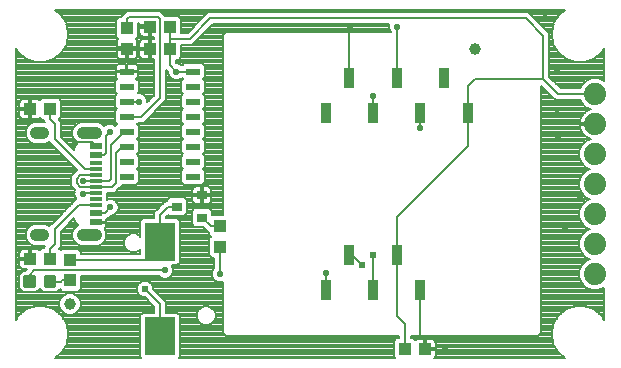
<source format=gtl>
G75*
%MOIN*%
%OFA0B0*%
%FSLAX25Y25*%
%IPPOS*%
%LPD*%
%AMOC8*
5,1,8,0,0,1.08239X$1,22.5*
%
%ADD10C,0.01181*%
%ADD11R,0.03937X0.04331*%
%ADD12R,0.03543X0.03150*%
%ADD13R,0.09843X0.12598*%
%ADD14C,0.03937*%
%ADD15R,0.04724X0.02362*%
%ADD16R,0.03937X0.01181*%
%ADD17R,0.03937X0.02362*%
%ADD18C,0.03937*%
%ADD19R,0.04331X0.03937*%
%ADD20R,0.03346X0.06693*%
%ADD21C,0.07400*%
%ADD22C,0.00800*%
%ADD23C,0.02300*%
%ADD24C,0.02378*%
D10*
X0101424Y0091122D02*
X0101424Y0093878D01*
X0104180Y0093878D01*
X0104180Y0091122D01*
X0101424Y0091122D01*
X0101424Y0092244D02*
X0104180Y0092244D01*
X0104180Y0093366D02*
X0101424Y0093366D01*
X0108330Y0093878D02*
X0108330Y0091122D01*
X0108330Y0093878D02*
X0111086Y0093878D01*
X0111086Y0091122D01*
X0108330Y0091122D01*
X0108330Y0092244D02*
X0111086Y0092244D01*
X0111086Y0093366D02*
X0108330Y0093366D01*
D11*
X0116255Y0092904D03*
X0116255Y0099596D03*
X0166255Y0104154D03*
X0166255Y0110846D03*
X0135255Y0170154D03*
X0135255Y0176846D03*
D12*
X0160192Y0121240D03*
X0151924Y0117500D03*
X0160192Y0113760D03*
D13*
X0146255Y0105748D03*
X0146255Y0074252D03*
D14*
X0116255Y0085000D03*
X0251255Y0170000D03*
D15*
X0157279Y0162500D03*
X0157279Y0157500D03*
X0157279Y0152500D03*
X0157279Y0147500D03*
X0157279Y0142500D03*
X0157279Y0137500D03*
X0157279Y0132500D03*
X0157279Y0127500D03*
X0135231Y0127500D03*
X0135231Y0132500D03*
X0135231Y0137500D03*
X0135231Y0142500D03*
X0135231Y0147500D03*
X0135231Y0152500D03*
X0135231Y0157500D03*
X0135231Y0162500D03*
D16*
X0124916Y0131890D03*
X0124916Y0129921D03*
X0124916Y0127953D03*
X0124916Y0125984D03*
X0124916Y0124016D03*
X0124916Y0122047D03*
X0124916Y0120079D03*
X0124916Y0118110D03*
D17*
X0124916Y0115354D03*
X0124916Y0112303D03*
X0124916Y0134646D03*
X0124916Y0137697D03*
D18*
X0124819Y0142008D02*
X0124819Y0142008D01*
X0120487Y0142008D01*
X0120487Y0142008D01*
X0124819Y0142008D01*
X0107377Y0142008D02*
X0107377Y0142008D01*
X0105015Y0142008D01*
X0105015Y0142008D01*
X0107377Y0142008D01*
X0107377Y0107992D02*
X0107377Y0107992D01*
X0105015Y0107992D01*
X0105015Y0107992D01*
X0107377Y0107992D01*
X0124819Y0107992D02*
X0124819Y0107992D01*
X0120487Y0107992D01*
X0120487Y0107992D01*
X0124819Y0107992D01*
D19*
X0109602Y0100000D03*
X0102909Y0100000D03*
X0102909Y0150000D03*
X0109602Y0150000D03*
X0142909Y0170000D03*
X0149602Y0170000D03*
X0149602Y0177500D03*
X0142909Y0177500D03*
X0227909Y0070000D03*
X0234602Y0070000D03*
D20*
X0233040Y0089574D03*
X0217292Y0089574D03*
X0201544Y0089574D03*
X0209418Y0101385D03*
X0225166Y0101385D03*
X0217292Y0148674D03*
X0201544Y0148674D03*
X0209418Y0160485D03*
X0225166Y0160485D03*
X0240914Y0160485D03*
X0233040Y0148674D03*
X0248788Y0148674D03*
D21*
X0291255Y0145000D03*
X0291255Y0155000D03*
X0291255Y0135000D03*
X0291255Y0125000D03*
X0291255Y0115000D03*
X0291255Y0105000D03*
X0291255Y0095000D03*
D22*
X0113489Y0068930D02*
X0111189Y0067000D01*
X0140024Y0067000D01*
X0139734Y0067290D01*
X0139734Y0081214D01*
X0140671Y0082151D01*
X0144255Y0082151D01*
X0144255Y0084172D01*
X0141216Y0087211D01*
X0140700Y0087211D01*
X0139675Y0087636D01*
X0138891Y0088420D01*
X0138466Y0089445D01*
X0138466Y0090555D01*
X0138891Y0091580D01*
X0139675Y0092364D01*
X0140700Y0092789D01*
X0141810Y0092789D01*
X0142835Y0092364D01*
X0143619Y0091580D01*
X0144044Y0090555D01*
X0144044Y0090039D01*
X0148255Y0085828D01*
X0148255Y0082151D01*
X0151839Y0082151D01*
X0152776Y0081214D01*
X0152776Y0067290D01*
X0152486Y0067000D01*
X0224512Y0067000D01*
X0224143Y0067369D01*
X0224143Y0072631D01*
X0225081Y0073568D01*
X0225909Y0073568D01*
X0225909Y0074400D01*
X0168092Y0074400D01*
X0167155Y0075337D01*
X0167155Y0092396D01*
X0166802Y0092250D01*
X0165708Y0092250D01*
X0164697Y0092669D01*
X0163924Y0093442D01*
X0163505Y0094453D01*
X0163505Y0095547D01*
X0163924Y0096558D01*
X0164255Y0096889D01*
X0164255Y0100388D01*
X0163624Y0100388D01*
X0162687Y0101325D01*
X0162687Y0106982D01*
X0163205Y0107500D01*
X0162687Y0108018D01*
X0162687Y0108846D01*
X0162277Y0108846D01*
X0161105Y0110018D01*
X0160538Y0110585D01*
X0157758Y0110585D01*
X0156820Y0111522D01*
X0156820Y0115997D01*
X0157758Y0116935D01*
X0162626Y0116935D01*
X0163564Y0115997D01*
X0163564Y0114552D01*
X0163624Y0114612D01*
X0167155Y0114612D01*
X0167155Y0174663D01*
X0168092Y0175600D01*
X0223166Y0175600D01*
X0223166Y0175700D01*
X0222924Y0175942D01*
X0222505Y0176953D01*
X0222505Y0178047D01*
X0222589Y0178250D01*
X0163833Y0178250D01*
X0158255Y0172672D01*
X0157083Y0171500D01*
X0153367Y0171500D01*
X0153367Y0167369D01*
X0152430Y0166431D01*
X0151602Y0166431D01*
X0151602Y0165482D01*
X0151833Y0165250D01*
X0152302Y0165250D01*
X0153313Y0164831D01*
X0153558Y0164586D01*
X0154254Y0165281D01*
X0160304Y0165281D01*
X0161241Y0164344D01*
X0161241Y0160656D01*
X0160585Y0160000D01*
X0161241Y0159344D01*
X0161241Y0155656D01*
X0160585Y0155000D01*
X0161241Y0154344D01*
X0161241Y0150656D01*
X0160585Y0150000D01*
X0161241Y0149344D01*
X0161241Y0145656D01*
X0160585Y0145000D01*
X0161241Y0144344D01*
X0161241Y0140656D01*
X0160585Y0140000D01*
X0161241Y0139344D01*
X0161241Y0135656D01*
X0160585Y0135000D01*
X0161241Y0134344D01*
X0161241Y0130656D01*
X0160585Y0130000D01*
X0161241Y0129344D01*
X0161241Y0125656D01*
X0160304Y0124719D01*
X0154254Y0124719D01*
X0153316Y0125656D01*
X0153316Y0129344D01*
X0153973Y0130000D01*
X0153316Y0130656D01*
X0153316Y0134344D01*
X0153973Y0135000D01*
X0153316Y0135656D01*
X0153316Y0139344D01*
X0153973Y0140000D01*
X0153316Y0140656D01*
X0153316Y0144344D01*
X0153973Y0145000D01*
X0153316Y0145656D01*
X0153316Y0149344D01*
X0153973Y0150000D01*
X0153316Y0150656D01*
X0153316Y0154344D01*
X0153973Y0155000D01*
X0153316Y0155656D01*
X0153316Y0159344D01*
X0153973Y0160000D01*
X0153558Y0160414D01*
X0153313Y0160169D01*
X0152302Y0159750D01*
X0151208Y0159750D01*
X0150197Y0160169D01*
X0149424Y0160942D01*
X0149005Y0161953D01*
X0149005Y0162422D01*
X0148255Y0163172D01*
X0148255Y0152922D01*
X0147083Y0151750D01*
X0140833Y0145500D01*
X0139037Y0145500D01*
X0138537Y0145000D01*
X0139194Y0144344D01*
X0139194Y0140656D01*
X0138537Y0140000D01*
X0139194Y0139344D01*
X0139194Y0135656D01*
X0138537Y0135000D01*
X0139194Y0134344D01*
X0139194Y0130656D01*
X0138537Y0130000D01*
X0139194Y0129344D01*
X0139194Y0125656D01*
X0138256Y0124719D01*
X0133505Y0124719D01*
X0133505Y0124422D01*
X0132333Y0123250D01*
X0132271Y0123187D01*
X0131099Y0122016D01*
X0128485Y0122016D01*
X0128485Y0119700D01*
X0129208Y0120000D01*
X0130302Y0120000D01*
X0131313Y0119581D01*
X0132086Y0118808D01*
X0132505Y0117797D01*
X0132505Y0116703D01*
X0132086Y0115692D01*
X0131313Y0114919D01*
X0130302Y0114500D01*
X0129833Y0114500D01*
X0128688Y0113354D01*
X0128329Y0113354D01*
X0128285Y0113310D01*
X0128285Y0112494D01*
X0125107Y0112494D01*
X0125107Y0112113D01*
X0128285Y0112113D01*
X0128285Y0110938D01*
X0128190Y0110582D01*
X0128005Y0110262D01*
X0127800Y0110057D01*
X0127843Y0110014D01*
X0128387Y0108702D01*
X0128387Y0107282D01*
X0127843Y0105971D01*
X0126839Y0104967D01*
X0125528Y0104424D01*
X0119778Y0104424D01*
X0118466Y0104967D01*
X0117462Y0105971D01*
X0116919Y0107282D01*
X0116919Y0108702D01*
X0117462Y0110014D01*
X0118466Y0111017D01*
X0118913Y0111203D01*
X0118125Y0111991D01*
X0117687Y0113049D01*
X0117687Y0113603D01*
X0113255Y0109172D01*
X0113255Y0104172D01*
X0112541Y0103457D01*
X0113130Y0102868D01*
X0113624Y0103362D01*
X0118886Y0103362D01*
X0119824Y0102425D01*
X0119824Y0101596D01*
X0139734Y0101596D01*
X0139734Y0103202D01*
X0139195Y0102663D01*
X0138028Y0102180D01*
X0136765Y0102180D01*
X0135598Y0102663D01*
X0134705Y0103556D01*
X0134222Y0104723D01*
X0134222Y0105986D01*
X0134705Y0107153D01*
X0135598Y0108046D01*
X0136765Y0108529D01*
X0138028Y0108529D01*
X0139195Y0108046D01*
X0139734Y0107507D01*
X0139734Y0112710D01*
X0140671Y0113647D01*
X0144255Y0113647D01*
X0144255Y0115659D01*
X0145427Y0116831D01*
X0145427Y0116831D01*
X0146924Y0118328D01*
X0148096Y0119500D01*
X0148553Y0119500D01*
X0148553Y0119738D01*
X0149490Y0120675D01*
X0154359Y0120675D01*
X0155296Y0119738D01*
X0155296Y0115262D01*
X0154359Y0114325D01*
X0149490Y0114325D01*
X0149034Y0114781D01*
X0148255Y0114002D01*
X0148255Y0113647D01*
X0151839Y0113647D01*
X0152776Y0112710D01*
X0152776Y0098786D01*
X0151839Y0097849D01*
X0150170Y0097849D01*
X0150211Y0097808D01*
X0150630Y0096797D01*
X0150630Y0095703D01*
X0150211Y0094692D01*
X0149438Y0093919D01*
X0148427Y0093500D01*
X0147333Y0093500D01*
X0146322Y0093919D01*
X0145991Y0094250D01*
X0119824Y0094250D01*
X0119824Y0090075D01*
X0118886Y0089138D01*
X0113624Y0089138D01*
X0112912Y0089850D01*
X0111993Y0088931D01*
X0107423Y0088931D01*
X0106255Y0090099D01*
X0105088Y0088931D01*
X0100517Y0088931D01*
X0099234Y0090215D01*
X0099234Y0094785D01*
X0100517Y0096068D01*
X0101245Y0096068D01*
X0101808Y0096631D01*
X0100559Y0096631D01*
X0100203Y0096727D01*
X0099884Y0096911D01*
X0099623Y0097172D01*
X0099439Y0097491D01*
X0099343Y0097847D01*
X0099343Y0099600D01*
X0102509Y0099600D01*
X0102509Y0100400D01*
X0102509Y0103368D01*
X0100559Y0103368D01*
X0100203Y0103273D01*
X0099884Y0103089D01*
X0099623Y0102828D01*
X0099439Y0102509D01*
X0099343Y0102153D01*
X0099343Y0100400D01*
X0102509Y0100400D01*
X0103309Y0100400D01*
X0103309Y0103368D01*
X0105258Y0103368D01*
X0105614Y0103273D01*
X0105934Y0103089D01*
X0106114Y0102909D01*
X0106773Y0103568D01*
X0107602Y0103568D01*
X0107602Y0104175D01*
X0107850Y0104424D01*
X0104305Y0104424D01*
X0102994Y0104967D01*
X0101990Y0105971D01*
X0101446Y0107282D01*
X0101446Y0108702D01*
X0101990Y0110014D01*
X0102994Y0111017D01*
X0104305Y0111561D01*
X0108087Y0111561D01*
X0109398Y0111017D01*
X0109421Y0110995D01*
X0110427Y0112000D01*
X0118396Y0119970D01*
X0118174Y0120192D01*
X0117755Y0121203D01*
X0117755Y0122297D01*
X0118009Y0122910D01*
X0116555Y0124364D01*
X0116555Y0127636D01*
X0118673Y0129754D01*
X0109421Y0139005D01*
X0109398Y0138983D01*
X0108087Y0138439D01*
X0104305Y0138439D01*
X0102994Y0138983D01*
X0101990Y0139986D01*
X0101446Y0141298D01*
X0101446Y0142718D01*
X0101990Y0144029D01*
X0102994Y0145033D01*
X0104305Y0145576D01*
X0107850Y0145576D01*
X0107602Y0145825D01*
X0107602Y0146431D01*
X0106773Y0146431D01*
X0106114Y0147091D01*
X0105934Y0146911D01*
X0105614Y0146727D01*
X0105258Y0146631D01*
X0103309Y0146631D01*
X0103309Y0149600D01*
X0102509Y0149600D01*
X0102509Y0146631D01*
X0100559Y0146631D01*
X0100203Y0146727D01*
X0099884Y0146911D01*
X0099623Y0147172D01*
X0099439Y0147491D01*
X0099343Y0147847D01*
X0099343Y0149600D01*
X0102509Y0149600D01*
X0102509Y0150400D01*
X0102509Y0153368D01*
X0100559Y0153368D01*
X0100203Y0153273D01*
X0099884Y0153089D01*
X0099623Y0152828D01*
X0099439Y0152509D01*
X0099343Y0152153D01*
X0099343Y0150400D01*
X0102509Y0150400D01*
X0103309Y0150400D01*
X0103309Y0153368D01*
X0105258Y0153368D01*
X0105614Y0153273D01*
X0105934Y0153089D01*
X0106114Y0152909D01*
X0106773Y0153568D01*
X0112430Y0153568D01*
X0113367Y0152631D01*
X0113367Y0147369D01*
X0112541Y0146543D01*
X0113255Y0145828D01*
X0113255Y0140828D01*
X0117687Y0136397D01*
X0117687Y0136951D01*
X0118125Y0138009D01*
X0118913Y0138797D01*
X0118466Y0138983D01*
X0117462Y0139986D01*
X0116919Y0141298D01*
X0116919Y0142718D01*
X0117462Y0144029D01*
X0118466Y0145033D01*
X0119778Y0145576D01*
X0125528Y0145576D01*
X0126839Y0145033D01*
X0127607Y0144266D01*
X0128029Y0144688D01*
X0129040Y0145107D01*
X0130134Y0145107D01*
X0131144Y0144688D01*
X0131379Y0144454D01*
X0131925Y0145000D01*
X0131269Y0145656D01*
X0131269Y0149344D01*
X0131925Y0150000D01*
X0131269Y0150656D01*
X0131269Y0154344D01*
X0131925Y0155000D01*
X0131269Y0155656D01*
X0131269Y0159344D01*
X0132082Y0160157D01*
X0132010Y0160199D01*
X0131749Y0160459D01*
X0131565Y0160779D01*
X0131469Y0161135D01*
X0131469Y0162309D01*
X0135041Y0162309D01*
X0135041Y0162691D01*
X0135041Y0165081D01*
X0132685Y0165081D01*
X0132329Y0164986D01*
X0132010Y0164801D01*
X0131749Y0164541D01*
X0131565Y0164221D01*
X0131469Y0163865D01*
X0131469Y0162691D01*
X0135041Y0162691D01*
X0135422Y0162691D01*
X0135422Y0165081D01*
X0137778Y0165081D01*
X0138134Y0164986D01*
X0138453Y0164801D01*
X0138714Y0164541D01*
X0138898Y0164221D01*
X0138994Y0163865D01*
X0138994Y0162691D01*
X0135422Y0162691D01*
X0135422Y0162309D01*
X0138994Y0162309D01*
X0138994Y0161135D01*
X0138898Y0160779D01*
X0138714Y0160459D01*
X0138453Y0160199D01*
X0138381Y0160157D01*
X0139194Y0159344D01*
X0139194Y0155656D01*
X0138787Y0155250D01*
X0139802Y0155250D01*
X0140813Y0154831D01*
X0141586Y0154058D01*
X0142005Y0153047D01*
X0142005Y0152328D01*
X0144255Y0154578D01*
X0144255Y0166631D01*
X0143309Y0166631D01*
X0143309Y0169600D01*
X0142509Y0169600D01*
X0142509Y0166631D01*
X0140559Y0166631D01*
X0140203Y0166727D01*
X0139884Y0166911D01*
X0139623Y0167172D01*
X0139439Y0167491D01*
X0139343Y0167847D01*
X0139343Y0169600D01*
X0142509Y0169600D01*
X0142509Y0170400D01*
X0142509Y0173368D01*
X0140559Y0173368D01*
X0140203Y0173273D01*
X0139884Y0173089D01*
X0139623Y0172828D01*
X0139439Y0172509D01*
X0139343Y0172153D01*
X0139343Y0170400D01*
X0142509Y0170400D01*
X0143309Y0170400D01*
X0143309Y0173368D01*
X0144255Y0173368D01*
X0144255Y0174131D01*
X0143309Y0174131D01*
X0143309Y0177100D01*
X0142509Y0177100D01*
X0142509Y0174131D01*
X0140559Y0174131D01*
X0140203Y0174227D01*
X0139884Y0174411D01*
X0139623Y0174672D01*
X0139439Y0174991D01*
X0139343Y0175347D01*
X0139343Y0177100D01*
X0142509Y0177100D01*
X0142509Y0177900D01*
X0139343Y0177900D01*
X0139343Y0178750D01*
X0138824Y0178750D01*
X0138824Y0174018D01*
X0138164Y0173359D01*
X0138344Y0173179D01*
X0138528Y0172859D01*
X0138624Y0172503D01*
X0138624Y0170554D01*
X0135655Y0170554D01*
X0135655Y0169754D01*
X0138624Y0169754D01*
X0138624Y0167804D01*
X0138528Y0167448D01*
X0138344Y0167129D01*
X0138083Y0166868D01*
X0137764Y0166684D01*
X0137408Y0166588D01*
X0135655Y0166588D01*
X0135655Y0169753D01*
X0134855Y0169753D01*
X0134855Y0166588D01*
X0133102Y0166588D01*
X0132746Y0166684D01*
X0132427Y0166868D01*
X0132166Y0167129D01*
X0131982Y0167448D01*
X0131887Y0167804D01*
X0131887Y0169754D01*
X0134855Y0169754D01*
X0134855Y0170554D01*
X0131887Y0170554D01*
X0131887Y0172503D01*
X0131982Y0172859D01*
X0132166Y0173179D01*
X0132346Y0173359D01*
X0131687Y0174018D01*
X0131687Y0179675D01*
X0132624Y0180612D01*
X0133255Y0180612D01*
X0133255Y0180828D01*
X0134427Y0182000D01*
X0135177Y0182750D01*
X0146333Y0182750D01*
X0147083Y0182000D01*
X0148015Y0181068D01*
X0152430Y0181068D01*
X0153367Y0180131D01*
X0153367Y0175500D01*
X0155427Y0175500D01*
X0161005Y0181078D01*
X0161005Y0181078D01*
X0162177Y0182250D01*
X0269083Y0182250D01*
X0270255Y0181078D01*
X0276005Y0175328D01*
X0276005Y0160828D01*
X0279833Y0157000D01*
X0286347Y0157000D01*
X0286762Y0158002D01*
X0288253Y0159493D01*
X0290201Y0160300D01*
X0292309Y0160300D01*
X0294255Y0159494D01*
X0294255Y0170256D01*
X0293489Y0168930D01*
X0293489Y0168930D01*
X0293489Y0168930D01*
X0290977Y0166822D01*
X0290977Y0166822D01*
X0287895Y0165700D01*
X0284615Y0165700D01*
X0281533Y0166822D01*
X0281533Y0166822D01*
X0279021Y0168930D01*
X0279021Y0168930D01*
X0277381Y0171770D01*
X0277381Y0171770D01*
X0276812Y0175000D01*
X0276812Y0175000D01*
X0277381Y0178230D01*
X0279021Y0181070D01*
X0279021Y0181070D01*
X0281321Y0183000D01*
X0111189Y0183000D01*
X0113489Y0181070D01*
X0113489Y0181070D01*
X0115129Y0178230D01*
X0115129Y0178230D01*
X0115699Y0175000D01*
X0115699Y0175000D01*
X0115129Y0171770D01*
X0115129Y0171770D01*
X0113489Y0168930D01*
X0113489Y0168930D01*
X0113489Y0168930D01*
X0110977Y0166822D01*
X0110977Y0166822D01*
X0107895Y0165700D01*
X0104615Y0165700D01*
X0101533Y0166822D01*
X0101533Y0166822D01*
X0099021Y0168930D01*
X0099021Y0168930D01*
X0098255Y0170256D01*
X0098255Y0079744D01*
X0099021Y0081070D01*
X0099021Y0081070D01*
X0099021Y0081070D01*
X0101533Y0083178D01*
X0101533Y0083178D01*
X0104615Y0084300D01*
X0107895Y0084300D01*
X0110977Y0083178D01*
X0110977Y0083178D01*
X0113489Y0081070D01*
X0113489Y0081070D01*
X0115129Y0078230D01*
X0115129Y0078230D01*
X0115699Y0075000D01*
X0115129Y0071770D01*
X0115129Y0071770D01*
X0113489Y0068930D01*
X0113489Y0068930D01*
X0113525Y0068993D02*
X0139734Y0068993D01*
X0139734Y0069791D02*
X0113986Y0069791D01*
X0114447Y0070590D02*
X0139734Y0070590D01*
X0139734Y0071388D02*
X0114908Y0071388D01*
X0115202Y0072187D02*
X0139734Y0072187D01*
X0139734Y0072985D02*
X0115343Y0072985D01*
X0115484Y0073784D02*
X0139734Y0073784D01*
X0139734Y0074582D02*
X0115625Y0074582D01*
X0115631Y0075381D02*
X0139734Y0075381D01*
X0139734Y0076179D02*
X0115491Y0076179D01*
X0115350Y0076978D02*
X0139734Y0076978D01*
X0139734Y0077776D02*
X0115209Y0077776D01*
X0114930Y0078575D02*
X0139734Y0078575D01*
X0139734Y0079373D02*
X0114469Y0079373D01*
X0114008Y0080172D02*
X0139734Y0080172D01*
X0139734Y0080970D02*
X0113547Y0080970D01*
X0112657Y0081769D02*
X0114731Y0081769D01*
X0114234Y0081975D02*
X0115545Y0081431D01*
X0116965Y0081431D01*
X0118276Y0081975D01*
X0119280Y0082979D01*
X0119824Y0084290D01*
X0119824Y0085710D01*
X0119280Y0087021D01*
X0118276Y0088025D01*
X0116965Y0088568D01*
X0115545Y0088568D01*
X0114234Y0088025D01*
X0113230Y0087021D01*
X0112687Y0085710D01*
X0112687Y0084290D01*
X0113230Y0082979D01*
X0114234Y0081975D01*
X0113641Y0082567D02*
X0111705Y0082567D01*
X0110462Y0083366D02*
X0113069Y0083366D01*
X0112739Y0084164D02*
X0108268Y0084164D01*
X0104242Y0084164D02*
X0098255Y0084164D01*
X0098255Y0083366D02*
X0102048Y0083366D01*
X0100805Y0082567D02*
X0098255Y0082567D01*
X0098255Y0081769D02*
X0099854Y0081769D01*
X0098963Y0080970D02*
X0098255Y0080970D01*
X0098255Y0080172D02*
X0098502Y0080172D01*
X0098255Y0084963D02*
X0112687Y0084963D01*
X0112708Y0085761D02*
X0098255Y0085761D01*
X0098255Y0086560D02*
X0113039Y0086560D01*
X0113567Y0087358D02*
X0098255Y0087358D01*
X0098255Y0088157D02*
X0114551Y0088157D01*
X0113008Y0089754D02*
X0112815Y0089754D01*
X0112017Y0088955D02*
X0138669Y0088955D01*
X0138466Y0089754D02*
X0119502Y0089754D01*
X0119824Y0090552D02*
X0138466Y0090552D01*
X0138796Y0091351D02*
X0119824Y0091351D01*
X0119824Y0092149D02*
X0139460Y0092149D01*
X0141255Y0090000D02*
X0146255Y0085000D01*
X0146255Y0074252D01*
X0152776Y0074582D02*
X0167910Y0074582D01*
X0167155Y0075381D02*
X0152776Y0075381D01*
X0152776Y0076179D02*
X0167155Y0076179D01*
X0167155Y0076978D02*
X0152776Y0076978D01*
X0152776Y0077776D02*
X0167155Y0077776D01*
X0167155Y0078575D02*
X0163532Y0078575D01*
X0163408Y0078450D02*
X0164301Y0079343D01*
X0164784Y0080510D01*
X0164784Y0081773D01*
X0164301Y0082940D01*
X0163408Y0083833D01*
X0162241Y0084317D01*
X0160978Y0084317D01*
X0159811Y0083833D01*
X0158918Y0082940D01*
X0158435Y0081773D01*
X0158435Y0080510D01*
X0158918Y0079343D01*
X0159811Y0078450D01*
X0160978Y0077967D01*
X0162241Y0077967D01*
X0163408Y0078450D01*
X0164313Y0079373D02*
X0167155Y0079373D01*
X0167155Y0080172D02*
X0164644Y0080172D01*
X0164784Y0080970D02*
X0167155Y0080970D01*
X0167155Y0081769D02*
X0164784Y0081769D01*
X0164455Y0082567D02*
X0167155Y0082567D01*
X0167155Y0083366D02*
X0163875Y0083366D01*
X0162608Y0084164D02*
X0167155Y0084164D01*
X0167155Y0084963D02*
X0148255Y0084963D01*
X0148255Y0085761D02*
X0167155Y0085761D01*
X0167155Y0086560D02*
X0147524Y0086560D01*
X0146725Y0087358D02*
X0167155Y0087358D01*
X0167155Y0088157D02*
X0145927Y0088157D01*
X0145128Y0088955D02*
X0167155Y0088955D01*
X0167155Y0089754D02*
X0144330Y0089754D01*
X0144044Y0090552D02*
X0167155Y0090552D01*
X0167155Y0091351D02*
X0143714Y0091351D01*
X0143050Y0092149D02*
X0167155Y0092149D01*
X0164418Y0092948D02*
X0119824Y0092948D01*
X0119824Y0093746D02*
X0146738Y0093746D01*
X0149022Y0093746D02*
X0163798Y0093746D01*
X0163505Y0094545D02*
X0150064Y0094545D01*
X0150481Y0095343D02*
X0163505Y0095343D01*
X0163752Y0096142D02*
X0150630Y0096142D01*
X0150570Y0096940D02*
X0164255Y0096940D01*
X0164255Y0097739D02*
X0150240Y0097739D01*
X0152528Y0098537D02*
X0164255Y0098537D01*
X0164255Y0099336D02*
X0152776Y0099336D01*
X0152776Y0100134D02*
X0164255Y0100134D01*
X0163079Y0100933D02*
X0152776Y0100933D01*
X0152776Y0101732D02*
X0162687Y0101732D01*
X0162687Y0102530D02*
X0152776Y0102530D01*
X0152776Y0103329D02*
X0162687Y0103329D01*
X0162687Y0104127D02*
X0152776Y0104127D01*
X0152776Y0104926D02*
X0162687Y0104926D01*
X0162687Y0105724D02*
X0152776Y0105724D01*
X0152776Y0106523D02*
X0162687Y0106523D01*
X0163026Y0107321D02*
X0152776Y0107321D01*
X0152776Y0108120D02*
X0162687Y0108120D01*
X0162205Y0108918D02*
X0152776Y0108918D01*
X0152776Y0109717D02*
X0161407Y0109717D01*
X0160608Y0110515D02*
X0152776Y0110515D01*
X0152776Y0111314D02*
X0157029Y0111314D01*
X0156820Y0112112D02*
X0152776Y0112112D01*
X0152576Y0112911D02*
X0156820Y0112911D01*
X0156820Y0113709D02*
X0148255Y0113709D01*
X0148760Y0114508D02*
X0149307Y0114508D01*
X0148924Y0117500D02*
X0146255Y0114831D01*
X0146255Y0105748D01*
X0146255Y0104500D01*
X0141352Y0099596D01*
X0116255Y0099596D01*
X0119824Y0101732D02*
X0139734Y0101732D01*
X0139734Y0102530D02*
X0138874Y0102530D01*
X0135919Y0102530D02*
X0119718Y0102530D01*
X0118920Y0103329D02*
X0134933Y0103329D01*
X0134469Y0104127D02*
X0113211Y0104127D01*
X0113255Y0104926D02*
X0118566Y0104926D01*
X0117709Y0105724D02*
X0113255Y0105724D01*
X0113255Y0106523D02*
X0117234Y0106523D01*
X0116919Y0107321D02*
X0113255Y0107321D01*
X0113255Y0108120D02*
X0116919Y0108120D01*
X0117008Y0108918D02*
X0113255Y0108918D01*
X0113800Y0109717D02*
X0117339Y0109717D01*
X0117964Y0110515D02*
X0114599Y0110515D01*
X0115397Y0111314D02*
X0118802Y0111314D01*
X0118075Y0112112D02*
X0116196Y0112112D01*
X0116994Y0112911D02*
X0117744Y0112911D01*
X0113733Y0115306D02*
X0098255Y0115306D01*
X0098255Y0114508D02*
X0112934Y0114508D01*
X0112136Y0113709D02*
X0098255Y0113709D01*
X0098255Y0112911D02*
X0111337Y0112911D01*
X0110539Y0112112D02*
X0098255Y0112112D01*
X0098255Y0111314D02*
X0103709Y0111314D01*
X0102491Y0110515D02*
X0098255Y0110515D01*
X0098255Y0109717D02*
X0101867Y0109717D01*
X0101536Y0108918D02*
X0098255Y0108918D01*
X0098255Y0108120D02*
X0101446Y0108120D01*
X0101446Y0107321D02*
X0098255Y0107321D01*
X0098255Y0106523D02*
X0101761Y0106523D01*
X0102236Y0105724D02*
X0098255Y0105724D01*
X0098255Y0104926D02*
X0103093Y0104926D01*
X0103309Y0103329D02*
X0102509Y0103329D01*
X0102509Y0102530D02*
X0103309Y0102530D01*
X0103309Y0101732D02*
X0102509Y0101732D01*
X0102509Y0100933D02*
X0103309Y0100933D01*
X0102509Y0100134D02*
X0098255Y0100134D01*
X0098255Y0099336D02*
X0099343Y0099336D01*
X0099343Y0098537D02*
X0098255Y0098537D01*
X0098255Y0097739D02*
X0099372Y0097739D01*
X0099854Y0096940D02*
X0098255Y0096940D01*
X0098255Y0096142D02*
X0101319Y0096142D01*
X0099792Y0095343D02*
X0098255Y0095343D01*
X0098255Y0094545D02*
X0099234Y0094545D01*
X0099234Y0093746D02*
X0098255Y0093746D01*
X0098255Y0092948D02*
X0099234Y0092948D01*
X0099234Y0092149D02*
X0098255Y0092149D01*
X0098255Y0091351D02*
X0099234Y0091351D01*
X0099234Y0090552D02*
X0098255Y0090552D01*
X0098255Y0089754D02*
X0099695Y0089754D01*
X0100493Y0088955D02*
X0098255Y0088955D01*
X0102802Y0092500D02*
X0102802Y0094797D01*
X0104255Y0096250D01*
X0147880Y0096250D01*
X0140345Y0087358D02*
X0118943Y0087358D01*
X0119471Y0086560D02*
X0141867Y0086560D01*
X0142665Y0085761D02*
X0119802Y0085761D01*
X0119824Y0084963D02*
X0143464Y0084963D01*
X0144255Y0084164D02*
X0119771Y0084164D01*
X0119441Y0083366D02*
X0144255Y0083366D01*
X0144255Y0082567D02*
X0118869Y0082567D01*
X0117779Y0081769D02*
X0140289Y0081769D01*
X0148255Y0082567D02*
X0158763Y0082567D01*
X0158435Y0081769D02*
X0152221Y0081769D01*
X0152776Y0080970D02*
X0158435Y0080970D01*
X0158575Y0080172D02*
X0152776Y0080172D01*
X0152776Y0079373D02*
X0158906Y0079373D01*
X0159687Y0078575D02*
X0152776Y0078575D01*
X0152776Y0073784D02*
X0225909Y0073784D01*
X0224497Y0072985D02*
X0152776Y0072985D01*
X0152776Y0072187D02*
X0224143Y0072187D01*
X0224143Y0071388D02*
X0152776Y0071388D01*
X0152776Y0070590D02*
X0224143Y0070590D01*
X0224143Y0069791D02*
X0152776Y0069791D01*
X0152776Y0068993D02*
X0224143Y0068993D01*
X0224143Y0068194D02*
X0152776Y0068194D01*
X0152776Y0067396D02*
X0224143Y0067396D01*
X0227909Y0070000D02*
X0227909Y0078346D01*
X0225166Y0081089D01*
X0225166Y0101385D01*
X0225166Y0113911D01*
X0248788Y0137533D01*
X0248788Y0148674D01*
X0248788Y0157533D01*
X0251255Y0160000D01*
X0269005Y0160000D01*
X0274005Y0160000D01*
X0279005Y0155000D01*
X0291255Y0155000D01*
X0286347Y0153000D02*
X0286762Y0151998D01*
X0288253Y0150507D01*
X0289768Y0149879D01*
X0289297Y0149726D01*
X0288582Y0149362D01*
X0287933Y0148890D01*
X0287365Y0148322D01*
X0286893Y0147673D01*
X0286529Y0146958D01*
X0286281Y0146194D01*
X0286155Y0145401D01*
X0286155Y0145400D01*
X0290855Y0145400D01*
X0290855Y0144600D01*
X0286155Y0144600D01*
X0286155Y0144599D01*
X0286281Y0143806D01*
X0286529Y0143042D01*
X0286893Y0142327D01*
X0287365Y0141678D01*
X0287933Y0141110D01*
X0288582Y0140638D01*
X0289297Y0140274D01*
X0289768Y0140121D01*
X0288253Y0139493D01*
X0286762Y0138002D01*
X0285955Y0136054D01*
X0285955Y0133946D01*
X0286762Y0131998D01*
X0288253Y0130507D01*
X0289477Y0130000D01*
X0288253Y0129493D01*
X0286762Y0128002D01*
X0285955Y0126054D01*
X0285955Y0123946D01*
X0286762Y0121998D01*
X0288253Y0120507D01*
X0289477Y0120000D01*
X0288253Y0119493D01*
X0286762Y0118002D01*
X0285955Y0116054D01*
X0285955Y0113946D01*
X0286762Y0111998D01*
X0288253Y0110507D01*
X0289477Y0110000D01*
X0288253Y0109493D01*
X0286762Y0108002D01*
X0285955Y0106054D01*
X0285955Y0103946D01*
X0286762Y0101998D01*
X0288253Y0100507D01*
X0289477Y0100000D01*
X0288253Y0099493D01*
X0286762Y0098002D01*
X0285955Y0096054D01*
X0285955Y0093946D01*
X0286762Y0091998D01*
X0288253Y0090507D01*
X0290201Y0089700D01*
X0292309Y0089700D01*
X0294255Y0090506D01*
X0294255Y0079744D01*
X0293489Y0081070D01*
X0290977Y0083178D01*
X0290977Y0083178D01*
X0287895Y0084300D01*
X0284615Y0084300D01*
X0281533Y0083178D01*
X0279021Y0081070D01*
X0277381Y0078230D01*
X0276812Y0075000D01*
X0277381Y0071770D01*
X0279021Y0068930D01*
X0279021Y0068930D01*
X0281321Y0067000D01*
X0237715Y0067000D01*
X0237887Y0067172D01*
X0238071Y0067491D01*
X0238167Y0067847D01*
X0238167Y0069600D01*
X0235002Y0069600D01*
X0235002Y0070400D01*
X0238167Y0070400D01*
X0238167Y0072153D01*
X0238071Y0072509D01*
X0237887Y0072828D01*
X0237626Y0073089D01*
X0237307Y0073273D01*
X0236951Y0073368D01*
X0235001Y0073368D01*
X0235001Y0070400D01*
X0234202Y0070400D01*
X0234202Y0073368D01*
X0232252Y0073368D01*
X0231896Y0073273D01*
X0231577Y0073089D01*
X0231396Y0072909D01*
X0230737Y0073568D01*
X0229909Y0073568D01*
X0229909Y0074400D01*
X0272418Y0074400D01*
X0273355Y0075337D01*
X0273355Y0157822D01*
X0277005Y0154172D01*
X0278177Y0153000D01*
X0286347Y0153000D01*
X0286415Y0152836D02*
X0273355Y0152836D01*
X0273355Y0152038D02*
X0286745Y0152038D01*
X0287521Y0151239D02*
X0273355Y0151239D01*
X0273355Y0150441D02*
X0288413Y0150441D01*
X0289132Y0149642D02*
X0273355Y0149642D01*
X0273355Y0148844D02*
X0287886Y0148844D01*
X0287164Y0148045D02*
X0273355Y0148045D01*
X0273355Y0147247D02*
X0286676Y0147247D01*
X0286363Y0146448D02*
X0273355Y0146448D01*
X0273355Y0145650D02*
X0286194Y0145650D01*
X0286242Y0144053D02*
X0273355Y0144053D01*
X0273355Y0144851D02*
X0290855Y0144851D01*
X0286460Y0143254D02*
X0273355Y0143254D01*
X0273355Y0142456D02*
X0286828Y0142456D01*
X0287385Y0141657D02*
X0273355Y0141657D01*
X0273355Y0140859D02*
X0288279Y0140859D01*
X0289622Y0140060D02*
X0273355Y0140060D01*
X0273355Y0139262D02*
X0288021Y0139262D01*
X0287223Y0138463D02*
X0273355Y0138463D01*
X0273355Y0137665D02*
X0286622Y0137665D01*
X0286291Y0136866D02*
X0273355Y0136866D01*
X0273355Y0136068D02*
X0285961Y0136068D01*
X0285955Y0135269D02*
X0273355Y0135269D01*
X0273355Y0134470D02*
X0285955Y0134470D01*
X0286068Y0133672D02*
X0273355Y0133672D01*
X0273355Y0132873D02*
X0286399Y0132873D01*
X0286730Y0132075D02*
X0273355Y0132075D01*
X0273355Y0131276D02*
X0287483Y0131276D01*
X0288323Y0130478D02*
X0273355Y0130478D01*
X0273355Y0129679D02*
X0288703Y0129679D01*
X0287641Y0128881D02*
X0273355Y0128881D01*
X0273355Y0128082D02*
X0286842Y0128082D01*
X0286464Y0127284D02*
X0273355Y0127284D01*
X0273355Y0126485D02*
X0286134Y0126485D01*
X0285955Y0125687D02*
X0273355Y0125687D01*
X0273355Y0124888D02*
X0285955Y0124888D01*
X0285955Y0124090D02*
X0273355Y0124090D01*
X0273355Y0123291D02*
X0286226Y0123291D01*
X0286557Y0122493D02*
X0273355Y0122493D01*
X0273355Y0121694D02*
X0287065Y0121694D01*
X0287864Y0120896D02*
X0273355Y0120896D01*
X0273355Y0120097D02*
X0289242Y0120097D01*
X0288059Y0119299D02*
X0273355Y0119299D01*
X0273355Y0118500D02*
X0287260Y0118500D01*
X0286638Y0117702D02*
X0273355Y0117702D01*
X0273355Y0116903D02*
X0286307Y0116903D01*
X0285976Y0116105D02*
X0273355Y0116105D01*
X0273355Y0115306D02*
X0285955Y0115306D01*
X0285955Y0114508D02*
X0273355Y0114508D01*
X0273355Y0113709D02*
X0286053Y0113709D01*
X0286384Y0112911D02*
X0273355Y0112911D01*
X0273355Y0112112D02*
X0286715Y0112112D01*
X0287446Y0111314D02*
X0273355Y0111314D01*
X0273355Y0110515D02*
X0288245Y0110515D01*
X0288793Y0109717D02*
X0273355Y0109717D01*
X0273355Y0108918D02*
X0287678Y0108918D01*
X0286879Y0108120D02*
X0273355Y0108120D01*
X0273355Y0107321D02*
X0286480Y0107321D01*
X0286149Y0106523D02*
X0273355Y0106523D01*
X0273355Y0105724D02*
X0285955Y0105724D01*
X0285955Y0104926D02*
X0273355Y0104926D01*
X0273355Y0104127D02*
X0285955Y0104127D01*
X0286211Y0103329D02*
X0273355Y0103329D01*
X0273355Y0102530D02*
X0286541Y0102530D01*
X0287028Y0101732D02*
X0273355Y0101732D01*
X0273355Y0100933D02*
X0287827Y0100933D01*
X0289152Y0100134D02*
X0273355Y0100134D01*
X0273355Y0099336D02*
X0288096Y0099336D01*
X0287297Y0098537D02*
X0273355Y0098537D01*
X0273355Y0097739D02*
X0286653Y0097739D01*
X0286322Y0096940D02*
X0273355Y0096940D01*
X0273355Y0096142D02*
X0285991Y0096142D01*
X0285955Y0095343D02*
X0273355Y0095343D01*
X0273355Y0094545D02*
X0285955Y0094545D01*
X0286038Y0093746D02*
X0273355Y0093746D01*
X0273355Y0092948D02*
X0286368Y0092948D01*
X0286699Y0092149D02*
X0273355Y0092149D01*
X0273355Y0091351D02*
X0287409Y0091351D01*
X0288207Y0090552D02*
X0273355Y0090552D01*
X0273355Y0089754D02*
X0290071Y0089754D01*
X0292439Y0089754D02*
X0294255Y0089754D01*
X0294255Y0088955D02*
X0273355Y0088955D01*
X0273355Y0088157D02*
X0294255Y0088157D01*
X0294255Y0087358D02*
X0273355Y0087358D01*
X0273355Y0086560D02*
X0294255Y0086560D01*
X0294255Y0085761D02*
X0273355Y0085761D01*
X0273355Y0084963D02*
X0294255Y0084963D01*
X0294255Y0084164D02*
X0288268Y0084164D01*
X0290462Y0083366D02*
X0294255Y0083366D01*
X0294255Y0082567D02*
X0291705Y0082567D01*
X0292657Y0081769D02*
X0294255Y0081769D01*
X0294255Y0080970D02*
X0293547Y0080970D01*
X0293489Y0081070D02*
X0293489Y0081070D01*
X0294008Y0080172D02*
X0294255Y0080172D01*
X0284242Y0084164D02*
X0273355Y0084164D01*
X0273355Y0083366D02*
X0282048Y0083366D01*
X0281533Y0083178D02*
X0281533Y0083178D01*
X0280805Y0082567D02*
X0273355Y0082567D01*
X0273355Y0081769D02*
X0279854Y0081769D01*
X0279021Y0081070D02*
X0279021Y0081070D01*
X0279021Y0081070D01*
X0278963Y0080970D02*
X0273355Y0080970D01*
X0273355Y0080172D02*
X0278502Y0080172D01*
X0278041Y0079373D02*
X0273355Y0079373D01*
X0273355Y0078575D02*
X0277580Y0078575D01*
X0277381Y0078230D02*
X0277381Y0078230D01*
X0277301Y0077776D02*
X0273355Y0077776D01*
X0273355Y0076978D02*
X0277160Y0076978D01*
X0277020Y0076179D02*
X0273355Y0076179D01*
X0273355Y0075381D02*
X0276879Y0075381D01*
X0276812Y0075000D02*
X0276812Y0075000D01*
X0276885Y0074582D02*
X0272600Y0074582D01*
X0277026Y0073784D02*
X0229909Y0073784D01*
X0231320Y0072985D02*
X0231473Y0072985D01*
X0233040Y0073465D02*
X0233040Y0089574D01*
X0217292Y0089574D02*
X0217255Y0089611D01*
X0217255Y0101500D01*
X0213755Y0098000D02*
X0210370Y0101385D01*
X0209418Y0101385D01*
X0201544Y0095461D02*
X0201505Y0095500D01*
X0201544Y0095461D02*
X0201544Y0089574D01*
X0166255Y0095000D02*
X0166255Y0104154D01*
X0166255Y0110846D02*
X0163105Y0110846D01*
X0160192Y0113760D01*
X0156820Y0114508D02*
X0154541Y0114508D01*
X0155296Y0115306D02*
X0156820Y0115306D01*
X0156928Y0116105D02*
X0155296Y0116105D01*
X0155296Y0116903D02*
X0157726Y0116903D01*
X0158236Y0118265D02*
X0159805Y0118265D01*
X0159805Y0120853D01*
X0160579Y0120853D01*
X0160579Y0118265D01*
X0162148Y0118265D01*
X0162504Y0118361D01*
X0162823Y0118545D01*
X0163084Y0118806D01*
X0163268Y0119125D01*
X0163364Y0119481D01*
X0163364Y0120853D01*
X0160580Y0120853D01*
X0160580Y0121628D01*
X0163364Y0121628D01*
X0163364Y0122999D01*
X0163268Y0123355D01*
X0163084Y0123675D01*
X0162823Y0123935D01*
X0162504Y0124120D01*
X0162148Y0124215D01*
X0160579Y0124215D01*
X0160579Y0121628D01*
X0159805Y0121628D01*
X0159805Y0124215D01*
X0158236Y0124215D01*
X0157880Y0124120D01*
X0157561Y0123935D01*
X0157300Y0123675D01*
X0157116Y0123355D01*
X0157020Y0122999D01*
X0157020Y0121628D01*
X0159805Y0121628D01*
X0159805Y0120853D01*
X0157020Y0120853D01*
X0157020Y0119481D01*
X0157116Y0119125D01*
X0157300Y0118806D01*
X0157561Y0118545D01*
X0157880Y0118361D01*
X0158236Y0118265D01*
X0157638Y0118500D02*
X0155296Y0118500D01*
X0155296Y0117702D02*
X0167155Y0117702D01*
X0167155Y0118500D02*
X0162746Y0118500D01*
X0163315Y0119299D02*
X0167155Y0119299D01*
X0167155Y0120097D02*
X0163364Y0120097D01*
X0163364Y0121694D02*
X0167155Y0121694D01*
X0167155Y0120896D02*
X0160580Y0120896D01*
X0159805Y0120896D02*
X0128485Y0120896D01*
X0128485Y0121694D02*
X0157020Y0121694D01*
X0157020Y0122493D02*
X0131576Y0122493D01*
X0132375Y0123291D02*
X0157099Y0123291D01*
X0157829Y0124090D02*
X0133173Y0124090D01*
X0131505Y0125250D02*
X0130271Y0124016D01*
X0124916Y0124016D01*
X0119732Y0124016D01*
X0118555Y0125192D01*
X0118555Y0126808D01*
X0119697Y0127950D01*
X0124914Y0127950D01*
X0124916Y0127953D01*
X0124916Y0129921D02*
X0121334Y0129921D01*
X0111255Y0140000D01*
X0111255Y0145000D01*
X0109602Y0146654D01*
X0109602Y0150000D01*
X0113367Y0149642D02*
X0131568Y0149642D01*
X0131485Y0150441D02*
X0113367Y0150441D01*
X0113367Y0151239D02*
X0131269Y0151239D01*
X0131269Y0152038D02*
X0113367Y0152038D01*
X0113162Y0152836D02*
X0131269Y0152836D01*
X0131269Y0153635D02*
X0098255Y0153635D01*
X0098255Y0154433D02*
X0131359Y0154433D01*
X0131694Y0155232D02*
X0098255Y0155232D01*
X0098255Y0156030D02*
X0131269Y0156030D01*
X0131269Y0156829D02*
X0098255Y0156829D01*
X0098255Y0157627D02*
X0131269Y0157627D01*
X0131269Y0158426D02*
X0098255Y0158426D01*
X0098255Y0159224D02*
X0131269Y0159224D01*
X0131948Y0160023D02*
X0098255Y0160023D01*
X0098255Y0160821D02*
X0131553Y0160821D01*
X0131469Y0161620D02*
X0098255Y0161620D01*
X0098255Y0162418D02*
X0135041Y0162418D01*
X0135422Y0162418D02*
X0144255Y0162418D01*
X0144255Y0161620D02*
X0138994Y0161620D01*
X0138910Y0160821D02*
X0144255Y0160821D01*
X0144255Y0160023D02*
X0138515Y0160023D01*
X0139194Y0159224D02*
X0144255Y0159224D01*
X0144255Y0158426D02*
X0139194Y0158426D01*
X0139194Y0157627D02*
X0144255Y0157627D01*
X0144255Y0156829D02*
X0139194Y0156829D01*
X0139194Y0156030D02*
X0144255Y0156030D01*
X0144255Y0155232D02*
X0139846Y0155232D01*
X0141211Y0154433D02*
X0144110Y0154433D01*
X0143311Y0153635D02*
X0141762Y0153635D01*
X0142005Y0152836D02*
X0142513Y0152836D01*
X0139255Y0152500D02*
X0135231Y0152500D01*
X0135231Y0147500D02*
X0140005Y0147500D01*
X0146255Y0153750D01*
X0146255Y0180000D01*
X0145505Y0180750D01*
X0136005Y0180750D01*
X0135255Y0180000D01*
X0135255Y0176846D01*
X0131687Y0176792D02*
X0115383Y0176792D01*
X0115242Y0177590D02*
X0131687Y0177590D01*
X0131687Y0178389D02*
X0115037Y0178389D01*
X0114576Y0179187D02*
X0131687Y0179187D01*
X0131998Y0179986D02*
X0114115Y0179986D01*
X0113654Y0180784D02*
X0133255Y0180784D01*
X0134009Y0181583D02*
X0112878Y0181583D01*
X0111927Y0182381D02*
X0134808Y0182381D01*
X0138824Y0178389D02*
X0139343Y0178389D01*
X0138824Y0177590D02*
X0142509Y0177590D01*
X0142509Y0176792D02*
X0143309Y0176792D01*
X0143309Y0175993D02*
X0142509Y0175993D01*
X0142509Y0175195D02*
X0143309Y0175195D01*
X0143309Y0174396D02*
X0142509Y0174396D01*
X0142509Y0172799D02*
X0143309Y0172799D01*
X0143309Y0172001D02*
X0142509Y0172001D01*
X0142509Y0171202D02*
X0143309Y0171202D01*
X0143309Y0170403D02*
X0142509Y0170403D01*
X0142509Y0169605D02*
X0138624Y0169605D01*
X0138624Y0168806D02*
X0139343Y0168806D01*
X0139343Y0168008D02*
X0138624Y0168008D01*
X0138391Y0167209D02*
X0139601Y0167209D01*
X0138432Y0164814D02*
X0144255Y0164814D01*
X0144255Y0165612D02*
X0098255Y0165612D01*
X0098255Y0164814D02*
X0132031Y0164814D01*
X0131509Y0164015D02*
X0098255Y0164015D01*
X0098255Y0163217D02*
X0131469Y0163217D01*
X0135041Y0163217D02*
X0135422Y0163217D01*
X0135422Y0164015D02*
X0135041Y0164015D01*
X0135041Y0164814D02*
X0135422Y0164814D01*
X0135655Y0167209D02*
X0134855Y0167209D01*
X0134855Y0168008D02*
X0135655Y0168008D01*
X0135655Y0168806D02*
X0134855Y0168806D01*
X0134855Y0169605D02*
X0135655Y0169605D01*
X0135655Y0170403D02*
X0139343Y0170403D01*
X0139343Y0171202D02*
X0138624Y0171202D01*
X0138624Y0172001D02*
X0139343Y0172001D01*
X0139606Y0172799D02*
X0138544Y0172799D01*
X0138403Y0173598D02*
X0144255Y0173598D01*
X0139910Y0174396D02*
X0138824Y0174396D01*
X0138824Y0175195D02*
X0139384Y0175195D01*
X0139343Y0175993D02*
X0138824Y0175993D01*
X0138824Y0176792D02*
X0139343Y0176792D01*
X0131687Y0175993D02*
X0115523Y0175993D01*
X0115664Y0175195D02*
X0131687Y0175195D01*
X0131687Y0174396D02*
X0115592Y0174396D01*
X0115451Y0173598D02*
X0132107Y0173598D01*
X0131966Y0172799D02*
X0115310Y0172799D01*
X0115170Y0172001D02*
X0131887Y0172001D01*
X0131887Y0171202D02*
X0114801Y0171202D01*
X0114340Y0170403D02*
X0134855Y0170403D01*
X0131887Y0169605D02*
X0113879Y0169605D01*
X0113342Y0168806D02*
X0131887Y0168806D01*
X0131887Y0168008D02*
X0112391Y0168008D01*
X0111439Y0167209D02*
X0132120Y0167209D01*
X0138953Y0164015D02*
X0144255Y0164015D01*
X0144255Y0163217D02*
X0138994Y0163217D01*
X0144255Y0166411D02*
X0109848Y0166411D01*
X0102662Y0166411D02*
X0098255Y0166411D01*
X0098255Y0167209D02*
X0101071Y0167209D01*
X0100120Y0168008D02*
X0098255Y0168008D01*
X0098255Y0168806D02*
X0099168Y0168806D01*
X0098631Y0169605D02*
X0098255Y0169605D01*
X0098255Y0152836D02*
X0099631Y0152836D01*
X0099343Y0152038D02*
X0098255Y0152038D01*
X0098255Y0151239D02*
X0099343Y0151239D01*
X0099343Y0150441D02*
X0098255Y0150441D01*
X0098255Y0149642D02*
X0102509Y0149642D01*
X0102509Y0148844D02*
X0103309Y0148844D01*
X0103309Y0148045D02*
X0102509Y0148045D01*
X0102509Y0147247D02*
X0103309Y0147247D01*
X0102812Y0144851D02*
X0098255Y0144851D01*
X0098255Y0144053D02*
X0102013Y0144053D01*
X0101669Y0143254D02*
X0098255Y0143254D01*
X0098255Y0142456D02*
X0101446Y0142456D01*
X0101446Y0141657D02*
X0098255Y0141657D01*
X0098255Y0140859D02*
X0101628Y0140859D01*
X0101959Y0140060D02*
X0098255Y0140060D01*
X0098255Y0139262D02*
X0102715Y0139262D01*
X0104248Y0138463D02*
X0098255Y0138463D01*
X0098255Y0137665D02*
X0110762Y0137665D01*
X0109964Y0138463D02*
X0108144Y0138463D01*
X0111561Y0136866D02*
X0098255Y0136866D01*
X0098255Y0136068D02*
X0112359Y0136068D01*
X0113158Y0135269D02*
X0098255Y0135269D01*
X0098255Y0134470D02*
X0113956Y0134470D01*
X0114755Y0133672D02*
X0098255Y0133672D01*
X0098255Y0132873D02*
X0115553Y0132873D01*
X0116352Y0132075D02*
X0098255Y0132075D01*
X0098255Y0131276D02*
X0117150Y0131276D01*
X0117949Y0130478D02*
X0098255Y0130478D01*
X0098255Y0129679D02*
X0118598Y0129679D01*
X0117800Y0128881D02*
X0098255Y0128881D01*
X0098255Y0128082D02*
X0117001Y0128082D01*
X0116555Y0127284D02*
X0098255Y0127284D01*
X0098255Y0126485D02*
X0116555Y0126485D01*
X0116555Y0125687D02*
X0098255Y0125687D01*
X0098255Y0124888D02*
X0116555Y0124888D01*
X0116829Y0124090D02*
X0098255Y0124090D01*
X0098255Y0123291D02*
X0117628Y0123291D01*
X0117836Y0122493D02*
X0098255Y0122493D01*
X0098255Y0121694D02*
X0117755Y0121694D01*
X0117882Y0120896D02*
X0098255Y0120896D01*
X0098255Y0120097D02*
X0118269Y0120097D01*
X0117725Y0119299D02*
X0098255Y0119299D01*
X0098255Y0118500D02*
X0116927Y0118500D01*
X0116128Y0117702D02*
X0098255Y0117702D01*
X0098255Y0116903D02*
X0115330Y0116903D01*
X0114531Y0116105D02*
X0098255Y0116105D01*
X0108683Y0111314D02*
X0109740Y0111314D01*
X0111255Y0110000D02*
X0111255Y0105000D01*
X0109602Y0103346D01*
X0109602Y0100000D01*
X0112670Y0103329D02*
X0113591Y0103329D01*
X0107602Y0104127D02*
X0098255Y0104127D01*
X0098255Y0103329D02*
X0100410Y0103329D01*
X0099451Y0102530D02*
X0098255Y0102530D01*
X0098255Y0101732D02*
X0099343Y0101732D01*
X0099343Y0100933D02*
X0098255Y0100933D01*
X0105407Y0103329D02*
X0106533Y0103329D01*
X0111255Y0110000D02*
X0119365Y0118110D01*
X0124916Y0118110D01*
X0124916Y0122047D02*
X0120802Y0122047D01*
X0120505Y0121750D01*
X0128485Y0120097D02*
X0148912Y0120097D01*
X0147895Y0119299D02*
X0131595Y0119299D01*
X0132214Y0118500D02*
X0147096Y0118500D01*
X0146298Y0117702D02*
X0132505Y0117702D01*
X0132505Y0116903D02*
X0145499Y0116903D01*
X0144701Y0116105D02*
X0132257Y0116105D01*
X0131700Y0115306D02*
X0144255Y0115306D01*
X0144255Y0114508D02*
X0130321Y0114508D01*
X0129043Y0113709D02*
X0144255Y0113709D01*
X0139935Y0112911D02*
X0128285Y0112911D01*
X0128285Y0112112D02*
X0139734Y0112112D01*
X0139734Y0111314D02*
X0128285Y0111314D01*
X0128151Y0110515D02*
X0139734Y0110515D01*
X0139734Y0109717D02*
X0127966Y0109717D01*
X0128297Y0108918D02*
X0139734Y0108918D01*
X0139734Y0108120D02*
X0139017Y0108120D01*
X0135777Y0108120D02*
X0128387Y0108120D01*
X0128387Y0107321D02*
X0134874Y0107321D01*
X0134444Y0106523D02*
X0128072Y0106523D01*
X0127597Y0105724D02*
X0134222Y0105724D01*
X0134222Y0104926D02*
X0126740Y0104926D01*
X0127859Y0115354D02*
X0124916Y0115354D01*
X0127859Y0115354D02*
X0129755Y0117250D01*
X0131505Y0125250D02*
X0131505Y0135250D01*
X0133755Y0137500D01*
X0135231Y0137500D01*
X0139194Y0137665D02*
X0153316Y0137665D01*
X0153316Y0138463D02*
X0139194Y0138463D01*
X0139194Y0139262D02*
X0153316Y0139262D01*
X0153913Y0140060D02*
X0138598Y0140060D01*
X0139194Y0140859D02*
X0153316Y0140859D01*
X0153316Y0141657D02*
X0139194Y0141657D01*
X0139194Y0142456D02*
X0153316Y0142456D01*
X0153316Y0143254D02*
X0139194Y0143254D01*
X0139194Y0144053D02*
X0153316Y0144053D01*
X0153824Y0144851D02*
X0138686Y0144851D01*
X0140983Y0145650D02*
X0153323Y0145650D01*
X0153316Y0146448D02*
X0141782Y0146448D01*
X0142580Y0147247D02*
X0153316Y0147247D01*
X0153316Y0148045D02*
X0143379Y0148045D01*
X0144177Y0148844D02*
X0153316Y0148844D01*
X0153615Y0149642D02*
X0144976Y0149642D01*
X0145774Y0150441D02*
X0153532Y0150441D01*
X0153316Y0151239D02*
X0146573Y0151239D01*
X0147371Y0152038D02*
X0153316Y0152038D01*
X0153316Y0152836D02*
X0148170Y0152836D01*
X0148255Y0153635D02*
X0153316Y0153635D01*
X0153406Y0154433D02*
X0148255Y0154433D01*
X0148255Y0155232D02*
X0153741Y0155232D01*
X0153316Y0156030D02*
X0148255Y0156030D01*
X0148255Y0156829D02*
X0153316Y0156829D01*
X0153316Y0157627D02*
X0148255Y0157627D01*
X0148255Y0158426D02*
X0153316Y0158426D01*
X0153316Y0159224D02*
X0148255Y0159224D01*
X0148255Y0160023D02*
X0150549Y0160023D01*
X0149545Y0160821D02*
X0148255Y0160821D01*
X0148255Y0161620D02*
X0149143Y0161620D01*
X0149005Y0162418D02*
X0148255Y0162418D01*
X0149602Y0164654D02*
X0151755Y0162500D01*
X0157279Y0162500D01*
X0161241Y0162418D02*
X0167155Y0162418D01*
X0167155Y0161620D02*
X0161241Y0161620D01*
X0161241Y0160821D02*
X0167155Y0160821D01*
X0167155Y0160023D02*
X0160608Y0160023D01*
X0161241Y0159224D02*
X0167155Y0159224D01*
X0167155Y0158426D02*
X0161241Y0158426D01*
X0161241Y0157627D02*
X0167155Y0157627D01*
X0167155Y0156829D02*
X0161241Y0156829D01*
X0161241Y0156030D02*
X0167155Y0156030D01*
X0167155Y0155232D02*
X0160817Y0155232D01*
X0161151Y0154433D02*
X0167155Y0154433D01*
X0167155Y0153635D02*
X0161241Y0153635D01*
X0161241Y0152836D02*
X0167155Y0152836D01*
X0167155Y0152038D02*
X0161241Y0152038D01*
X0161241Y0151239D02*
X0167155Y0151239D01*
X0167155Y0150441D02*
X0161025Y0150441D01*
X0160943Y0149642D02*
X0167155Y0149642D01*
X0167155Y0148844D02*
X0161241Y0148844D01*
X0161241Y0148045D02*
X0167155Y0148045D01*
X0167155Y0147247D02*
X0161241Y0147247D01*
X0161241Y0146448D02*
X0167155Y0146448D01*
X0167155Y0145650D02*
X0161234Y0145650D01*
X0160734Y0144851D02*
X0167155Y0144851D01*
X0167155Y0144053D02*
X0161241Y0144053D01*
X0161241Y0143254D02*
X0167155Y0143254D01*
X0167155Y0142456D02*
X0161241Y0142456D01*
X0161241Y0141657D02*
X0167155Y0141657D01*
X0167155Y0140859D02*
X0161241Y0140859D01*
X0160645Y0140060D02*
X0167155Y0140060D01*
X0167155Y0139262D02*
X0161241Y0139262D01*
X0161241Y0138463D02*
X0167155Y0138463D01*
X0167155Y0137665D02*
X0161241Y0137665D01*
X0161241Y0136866D02*
X0167155Y0136866D01*
X0167155Y0136068D02*
X0161241Y0136068D01*
X0160854Y0135269D02*
X0167155Y0135269D01*
X0167155Y0134470D02*
X0161114Y0134470D01*
X0161241Y0133672D02*
X0167155Y0133672D01*
X0167155Y0132873D02*
X0161241Y0132873D01*
X0161241Y0132075D02*
X0167155Y0132075D01*
X0167155Y0131276D02*
X0161241Y0131276D01*
X0161063Y0130478D02*
X0167155Y0130478D01*
X0167155Y0129679D02*
X0160905Y0129679D01*
X0161241Y0128881D02*
X0167155Y0128881D01*
X0167155Y0128082D02*
X0161241Y0128082D01*
X0161241Y0127284D02*
X0167155Y0127284D01*
X0167155Y0126485D02*
X0161241Y0126485D01*
X0161241Y0125687D02*
X0167155Y0125687D01*
X0167155Y0124888D02*
X0160473Y0124888D01*
X0160579Y0124090D02*
X0159805Y0124090D01*
X0159805Y0123291D02*
X0160579Y0123291D01*
X0160579Y0122493D02*
X0159805Y0122493D01*
X0159805Y0121694D02*
X0160579Y0121694D01*
X0160579Y0120097D02*
X0159805Y0120097D01*
X0159805Y0119299D02*
X0160579Y0119299D01*
X0160579Y0118500D02*
X0159805Y0118500D01*
X0157069Y0119299D02*
X0155296Y0119299D01*
X0154936Y0120097D02*
X0157020Y0120097D01*
X0151924Y0117500D02*
X0148924Y0117500D01*
X0162658Y0116903D02*
X0167155Y0116903D01*
X0167155Y0116105D02*
X0163456Y0116105D01*
X0163564Y0115306D02*
X0167155Y0115306D01*
X0167155Y0122493D02*
X0163364Y0122493D01*
X0163285Y0123291D02*
X0167155Y0123291D01*
X0167155Y0124090D02*
X0162556Y0124090D01*
X0154084Y0124888D02*
X0138426Y0124888D01*
X0139194Y0125687D02*
X0153316Y0125687D01*
X0153316Y0126485D02*
X0139194Y0126485D01*
X0139194Y0127284D02*
X0153316Y0127284D01*
X0153316Y0128082D02*
X0139194Y0128082D01*
X0139194Y0128881D02*
X0153316Y0128881D01*
X0153652Y0129679D02*
X0138858Y0129679D01*
X0139015Y0130478D02*
X0153495Y0130478D01*
X0153316Y0131276D02*
X0139194Y0131276D01*
X0139194Y0132075D02*
X0153316Y0132075D01*
X0153316Y0132873D02*
X0139194Y0132873D01*
X0139194Y0133672D02*
X0153316Y0133672D01*
X0153443Y0134470D02*
X0139067Y0134470D01*
X0138806Y0135269D02*
X0153704Y0135269D01*
X0153316Y0136068D02*
X0139194Y0136068D01*
X0139194Y0136866D02*
X0153316Y0136866D01*
X0135231Y0142500D02*
X0134255Y0142500D01*
X0129905Y0138150D01*
X0129905Y0126750D01*
X0129139Y0125984D01*
X0124916Y0125984D01*
X0120521Y0125984D01*
X0120505Y0126000D01*
X0124916Y0134646D02*
X0127651Y0134646D01*
X0128305Y0135300D01*
X0128305Y0141075D01*
X0129587Y0142357D01*
X0130751Y0144851D02*
X0131777Y0144851D01*
X0131276Y0145650D02*
X0113255Y0145650D01*
X0113255Y0144851D02*
X0118284Y0144851D01*
X0117485Y0144053D02*
X0113255Y0144053D01*
X0113255Y0143254D02*
X0117141Y0143254D01*
X0116919Y0142456D02*
X0113255Y0142456D01*
X0113255Y0141657D02*
X0116919Y0141657D01*
X0117101Y0140859D02*
X0113255Y0140859D01*
X0114023Y0140060D02*
X0117432Y0140060D01*
X0117266Y0138989D02*
X0123624Y0138989D01*
X0124916Y0137697D01*
X0118579Y0138463D02*
X0115620Y0138463D01*
X0114822Y0139262D02*
X0118187Y0139262D01*
X0117982Y0137665D02*
X0116419Y0137665D01*
X0117217Y0136866D02*
X0117687Y0136866D01*
X0112635Y0146448D02*
X0131269Y0146448D01*
X0131269Y0147247D02*
X0113245Y0147247D01*
X0113367Y0148045D02*
X0131269Y0148045D01*
X0131269Y0148844D02*
X0113367Y0148844D01*
X0107777Y0145650D02*
X0098255Y0145650D01*
X0098255Y0146448D02*
X0106757Y0146448D01*
X0099580Y0147247D02*
X0098255Y0147247D01*
X0098255Y0148045D02*
X0099343Y0148045D01*
X0099343Y0148844D02*
X0098255Y0148844D01*
X0102509Y0150441D02*
X0103309Y0150441D01*
X0103309Y0151239D02*
X0102509Y0151239D01*
X0102509Y0152038D02*
X0103309Y0152038D01*
X0103309Y0152836D02*
X0102509Y0152836D01*
X0127021Y0144851D02*
X0128422Y0144851D01*
X0152961Y0160023D02*
X0153950Y0160023D01*
X0149602Y0164654D02*
X0149602Y0170000D01*
X0149602Y0173750D01*
X0149852Y0173500D01*
X0156255Y0173500D01*
X0163005Y0180250D01*
X0268255Y0180250D01*
X0274005Y0174500D01*
X0274005Y0160000D01*
X0276012Y0160821D02*
X0294255Y0160821D01*
X0294255Y0160023D02*
X0292978Y0160023D01*
X0294255Y0161620D02*
X0276005Y0161620D01*
X0276005Y0162418D02*
X0294255Y0162418D01*
X0294255Y0163217D02*
X0276005Y0163217D01*
X0276005Y0164015D02*
X0294255Y0164015D01*
X0294255Y0164814D02*
X0276005Y0164814D01*
X0276005Y0165612D02*
X0294255Y0165612D01*
X0294255Y0166411D02*
X0289848Y0166411D01*
X0291439Y0167209D02*
X0294255Y0167209D01*
X0294255Y0168008D02*
X0292391Y0168008D01*
X0293342Y0168806D02*
X0294255Y0168806D01*
X0294255Y0169605D02*
X0293879Y0169605D01*
X0282662Y0166411D02*
X0276005Y0166411D01*
X0276005Y0167209D02*
X0281071Y0167209D01*
X0280120Y0168008D02*
X0276005Y0168008D01*
X0276005Y0168806D02*
X0279168Y0168806D01*
X0278631Y0169605D02*
X0276005Y0169605D01*
X0276005Y0170403D02*
X0278170Y0170403D01*
X0277709Y0171202D02*
X0276005Y0171202D01*
X0276005Y0172001D02*
X0277340Y0172001D01*
X0277200Y0172799D02*
X0276005Y0172799D01*
X0276005Y0173598D02*
X0277059Y0173598D01*
X0276918Y0174396D02*
X0276005Y0174396D01*
X0276005Y0175195D02*
X0276846Y0175195D01*
X0276987Y0175993D02*
X0275340Y0175993D01*
X0274542Y0176792D02*
X0277128Y0176792D01*
X0277268Y0177590D02*
X0273743Y0177590D01*
X0272945Y0178389D02*
X0277473Y0178389D01*
X0277934Y0179187D02*
X0272146Y0179187D01*
X0271348Y0179986D02*
X0278395Y0179986D01*
X0278856Y0180784D02*
X0270549Y0180784D01*
X0269751Y0181583D02*
X0279632Y0181583D01*
X0280583Y0182381D02*
X0146702Y0182381D01*
X0147501Y0181583D02*
X0161509Y0181583D01*
X0160711Y0180784D02*
X0152714Y0180784D01*
X0153367Y0179986D02*
X0159912Y0179986D01*
X0159114Y0179187D02*
X0153367Y0179187D01*
X0153367Y0178389D02*
X0158315Y0178389D01*
X0157517Y0177590D02*
X0153367Y0177590D01*
X0153367Y0176792D02*
X0156718Y0176792D01*
X0155920Y0175993D02*
X0153367Y0175993D01*
X0149602Y0177500D02*
X0149602Y0173750D01*
X0153367Y0171202D02*
X0167155Y0171202D01*
X0167155Y0170403D02*
X0153367Y0170403D01*
X0153367Y0169605D02*
X0167155Y0169605D01*
X0167155Y0168806D02*
X0153367Y0168806D01*
X0153367Y0168008D02*
X0167155Y0168008D01*
X0167155Y0167209D02*
X0153208Y0167209D01*
X0151602Y0166411D02*
X0167155Y0166411D01*
X0167155Y0165612D02*
X0151602Y0165612D01*
X0153330Y0164814D02*
X0153787Y0164814D01*
X0160771Y0164814D02*
X0167155Y0164814D01*
X0167155Y0164015D02*
X0161241Y0164015D01*
X0161241Y0163217D02*
X0167155Y0163217D01*
X0167155Y0172001D02*
X0157584Y0172001D01*
X0158383Y0172799D02*
X0167155Y0172799D01*
X0167155Y0173598D02*
X0159181Y0173598D01*
X0159980Y0174396D02*
X0167155Y0174396D01*
X0167687Y0175195D02*
X0160778Y0175195D01*
X0161577Y0175993D02*
X0222903Y0175993D01*
X0222572Y0176792D02*
X0162375Y0176792D01*
X0163174Y0177590D02*
X0222505Y0177590D01*
X0225166Y0177411D02*
X0225255Y0177500D01*
X0225166Y0177411D02*
X0225166Y0160485D01*
X0217292Y0154463D02*
X0217255Y0154500D01*
X0217292Y0154463D02*
X0217292Y0148674D01*
X0233005Y0148639D02*
X0233005Y0143750D01*
X0233005Y0148639D02*
X0233040Y0148674D01*
X0209418Y0160485D02*
X0209418Y0177000D01*
X0209505Y0177000D01*
X0143309Y0168806D02*
X0142509Y0168806D01*
X0142509Y0168008D02*
X0143309Y0168008D01*
X0143309Y0167209D02*
X0142509Y0167209D01*
X0273355Y0157627D02*
X0273549Y0157627D01*
X0273355Y0156829D02*
X0274348Y0156829D01*
X0275146Y0156030D02*
X0273355Y0156030D01*
X0273355Y0155232D02*
X0275945Y0155232D01*
X0276743Y0154433D02*
X0273355Y0154433D01*
X0273355Y0153635D02*
X0277542Y0153635D01*
X0279206Y0157627D02*
X0286607Y0157627D01*
X0287186Y0158426D02*
X0278408Y0158426D01*
X0277609Y0159224D02*
X0287984Y0159224D01*
X0289532Y0160023D02*
X0276811Y0160023D01*
X0139154Y0088157D02*
X0117959Y0088157D01*
X0116255Y0092904D02*
X0113659Y0092904D01*
X0113255Y0092500D01*
X0109708Y0092500D01*
X0106600Y0089754D02*
X0105910Y0089754D01*
X0105111Y0088955D02*
X0107399Y0088955D01*
X0112612Y0068194D02*
X0139734Y0068194D01*
X0139734Y0067396D02*
X0111661Y0067396D01*
X0148255Y0083366D02*
X0159344Y0083366D01*
X0160610Y0084164D02*
X0148255Y0084164D01*
X0234202Y0072985D02*
X0235001Y0072985D01*
X0235001Y0072187D02*
X0234202Y0072187D01*
X0234202Y0071388D02*
X0235001Y0071388D01*
X0235001Y0070590D02*
X0234202Y0070590D01*
X0235002Y0069791D02*
X0278524Y0069791D01*
X0278985Y0068993D02*
X0238167Y0068993D01*
X0238167Y0068194D02*
X0279898Y0068194D01*
X0280849Y0067396D02*
X0238016Y0067396D01*
X0238167Y0070590D02*
X0278063Y0070590D01*
X0277602Y0071388D02*
X0238167Y0071388D01*
X0238158Y0072187D02*
X0277308Y0072187D01*
X0277381Y0071770D02*
X0277381Y0071770D01*
X0277167Y0072985D02*
X0237730Y0072985D01*
D23*
X0241255Y0070000D03*
X0201505Y0095500D03*
X0166255Y0095000D03*
X0147880Y0096250D03*
X0129755Y0117250D03*
X0120505Y0121750D03*
X0120505Y0126000D03*
X0129587Y0142357D03*
X0139255Y0152500D03*
X0151755Y0162500D03*
X0209505Y0177000D03*
X0225255Y0177500D03*
X0217255Y0154500D03*
X0233005Y0143750D03*
X0278505Y0148500D03*
X0279005Y0140250D03*
X0286255Y0120000D03*
X0281255Y0110000D03*
X0278755Y0163000D03*
X0274755Y0180500D03*
D24*
X0217255Y0101500D03*
X0213755Y0098000D03*
X0141255Y0090000D03*
M02*

</source>
